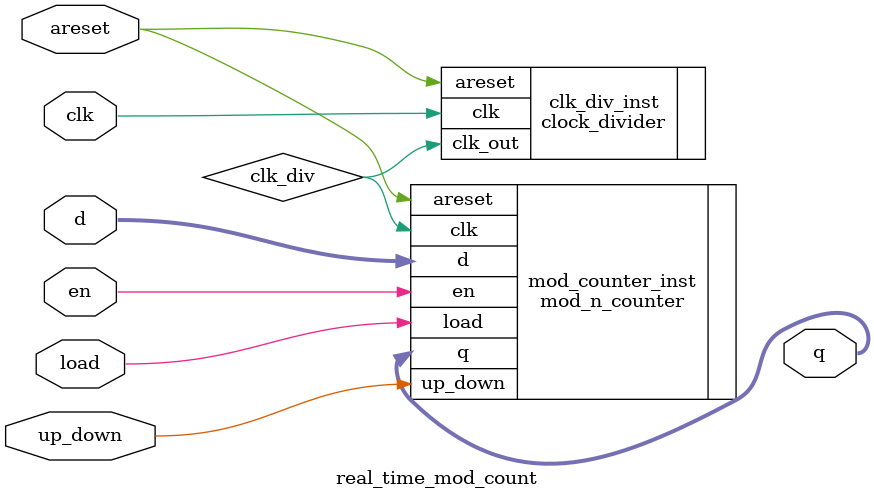
<source format=sv>
`timescale 1ns / 1ps


module real_time_mod_count#(
        parameter N = 100,
        localparam WIDTH = $clog2(N)
)(      
        input logic clk,
        input logic areset,
        input logic en,
        input logic load,
        input logic up_down, // down count if high
        input logic [WIDTH-1:0] d,
        output logic [WIDTH-1:0] q  

    );
    
    logic clk_div;
    
    clock_divider clk_div_inst (
            .clk(clk),
            .areset(areset),
            .clk_out(clk_div)
            );
            
    mod_n_counter #(.N(N)) mod_counter_inst (
        .clk(clk_div),
        .areset(areset),
        .en(en),
        .load(load),
        .up_down(up_down),
        .d(d),
        .q(q)
    );
    
endmodule

</source>
